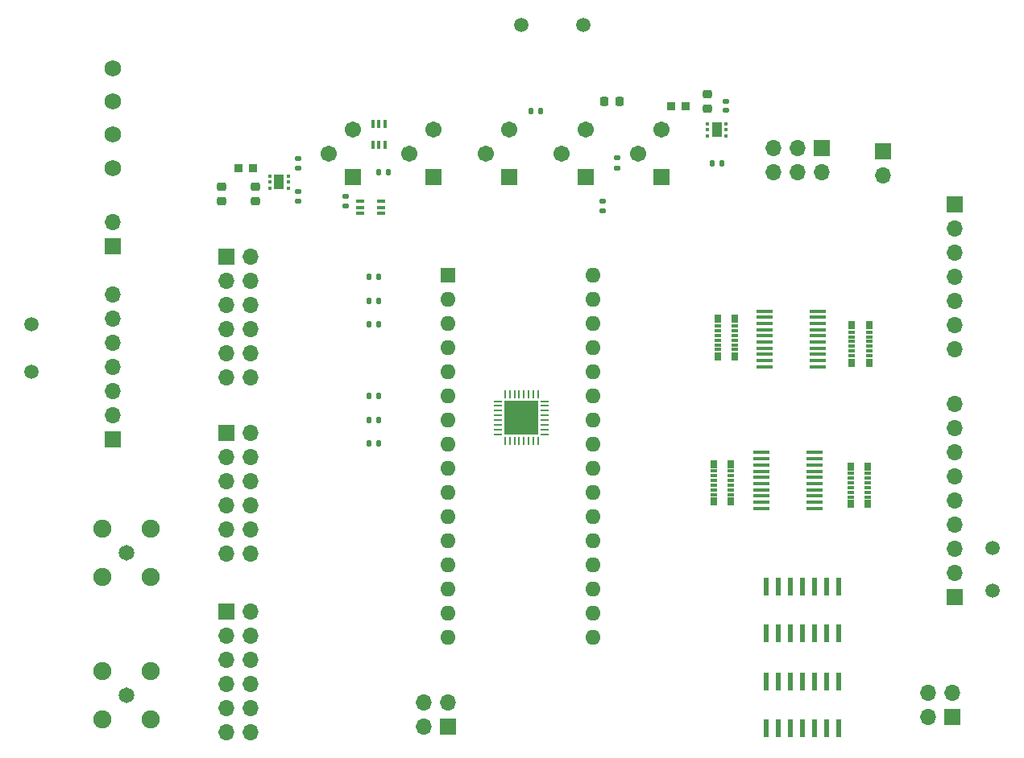
<source format=gbr>
%TF.GenerationSoftware,KiCad,Pcbnew,8.0.6-8.0.6-0~ubuntu24.04.1*%
%TF.CreationDate,2025-02-21T12:27:14-10:00*%
%TF.ProjectId,board_main,626f6172-645f-46d6-9169-6e2e6b696361,rev?*%
%TF.SameCoordinates,Original*%
%TF.FileFunction,Soldermask,Top*%
%TF.FilePolarity,Negative*%
%FSLAX46Y46*%
G04 Gerber Fmt 4.6, Leading zero omitted, Abs format (unit mm)*
G04 Created by KiCad (PCBNEW 8.0.6-8.0.6-0~ubuntu24.04.1) date 2025-02-21 12:27:14*
%MOMM*%
%LPD*%
G01*
G04 APERTURE LIST*
G04 Aperture macros list*
%AMRoundRect*
0 Rectangle with rounded corners*
0 $1 Rounding radius*
0 $2 $3 $4 $5 $6 $7 $8 $9 X,Y pos of 4 corners*
0 Add a 4 corners polygon primitive as box body*
4,1,4,$2,$3,$4,$5,$6,$7,$8,$9,$2,$3,0*
0 Add four circle primitives for the rounded corners*
1,1,$1+$1,$2,$3*
1,1,$1+$1,$4,$5*
1,1,$1+$1,$6,$7*
1,1,$1+$1,$8,$9*
0 Add four rect primitives between the rounded corners*
20,1,$1+$1,$2,$3,$4,$5,0*
20,1,$1+$1,$4,$5,$6,$7,0*
20,1,$1+$1,$6,$7,$8,$9,0*
20,1,$1+$1,$8,$9,$2,$3,0*%
G04 Aperture macros list end*
%ADD10C,1.500000*%
%ADD11R,1.700000X1.700000*%
%ADD12O,1.700000X1.700000*%
%ADD13RoundRect,0.135000X-0.135000X-0.185000X0.135000X-0.185000X0.135000X0.185000X-0.135000X0.185000X0*%
%ADD14R,1.676400X0.355600*%
%ADD15RoundRect,0.062500X-0.337500X-0.062500X0.337500X-0.062500X0.337500X0.062500X-0.337500X0.062500X0*%
%ADD16RoundRect,0.062500X-0.062500X-0.337500X0.062500X-0.337500X0.062500X0.337500X-0.062500X0.337500X0*%
%ADD17R,3.600000X3.600000*%
%ADD18C,1.651000*%
%ADD19C,1.905000*%
%ADD20RoundRect,0.135000X0.185000X-0.135000X0.185000X0.135000X-0.185000X0.135000X-0.185000X-0.135000X0*%
%ADD21R,0.558800X1.981200*%
%ADD22RoundRect,0.140000X-0.140000X-0.170000X0.140000X-0.170000X0.140000X0.170000X-0.140000X0.170000X0*%
%ADD23RoundRect,0.135000X-0.185000X0.135000X-0.185000X-0.135000X0.185000X-0.135000X0.185000X0.135000X0*%
%ADD24R,0.965200X0.939800*%
%ADD25R,0.449999X0.299999*%
%ADD26R,1.000000X1.599999*%
%ADD27R,1.600000X1.600000*%
%ADD28O,1.600000X1.600000*%
%ADD29R,0.876300X0.355600*%
%ADD30RoundRect,0.225000X0.250000X-0.225000X0.250000X0.225000X-0.250000X0.225000X-0.250000X-0.225000X0*%
%ADD31RoundRect,0.225000X-0.250000X0.225000X-0.250000X-0.225000X0.250000X-0.225000X0.250000X0.225000X0*%
%ADD32R,0.355600X0.876300*%
%ADD33RoundRect,0.140000X0.170000X-0.140000X0.170000X0.140000X-0.170000X0.140000X-0.170000X-0.140000X0*%
%ADD34RoundRect,0.135000X0.135000X0.185000X-0.135000X0.185000X-0.135000X-0.185000X0.135000X-0.185000X0*%
%ADD35RoundRect,0.102000X0.754000X-0.754000X0.754000X0.754000X-0.754000X0.754000X-0.754000X-0.754000X0*%
%ADD36C,1.712000*%
%ADD37R,0.787400X0.863600*%
%ADD38R,0.787400X0.355600*%
%ADD39C,1.727200*%
%ADD40RoundRect,0.225000X0.225000X0.250000X-0.225000X0.250000X-0.225000X-0.250000X0.225000X-0.250000X0*%
G04 APERTURE END LIST*
D10*
%TO.C,F6*%
X171500000Y-120500000D03*
%TD*%
%TO.C,F5*%
X70500000Y-97500000D03*
%TD*%
%TO.C,F4*%
X128500000Y-61000000D03*
%TD*%
%TO.C,F3*%
X171500000Y-116000000D03*
%TD*%
%TO.C,F2*%
X70500000Y-92500000D03*
%TD*%
%TO.C,F1*%
X122000000Y-61000000D03*
%TD*%
D11*
%TO.C,J11*%
X160000000Y-74225000D03*
D12*
X160000000Y-76765000D03*
%TD*%
D13*
%TO.C,R10*%
X106000000Y-87500000D03*
X107020000Y-87500000D03*
%TD*%
D11*
%TO.C,J9*%
X91000000Y-85380000D03*
D12*
X91000000Y-87920000D03*
X91000000Y-90460000D03*
X91000000Y-93000000D03*
X91000000Y-95540000D03*
X91000000Y-98080000D03*
X93540000Y-85380000D03*
X93540000Y-87920000D03*
X93540000Y-90460000D03*
X93540000Y-93000000D03*
X93540000Y-95540000D03*
X93540000Y-98080000D03*
%TD*%
D14*
%TO.C,U7*%
X147516200Y-91075000D03*
X147516200Y-91725001D03*
X147516200Y-92374999D03*
X147516200Y-93025001D03*
X147516200Y-93674999D03*
X147516200Y-94324998D03*
X147516200Y-94974999D03*
X147516200Y-95624998D03*
X147516200Y-96274999D03*
X147516200Y-96924998D03*
X153155000Y-96925000D03*
X153155000Y-96275002D03*
X153155000Y-95625001D03*
X153155000Y-94975002D03*
X153155000Y-94325001D03*
X153155000Y-93675002D03*
X153155000Y-93025001D03*
X153155000Y-92375002D03*
X153155000Y-91725001D03*
X153155000Y-91075002D03*
%TD*%
D15*
%TO.C,ADC1*%
X119550000Y-100550000D03*
X119550000Y-101050000D03*
X119550000Y-101550000D03*
X119550000Y-102050000D03*
X119550000Y-102550000D03*
X119550000Y-103050000D03*
X119550000Y-103550000D03*
X119550000Y-104050000D03*
D16*
X120250000Y-104750000D03*
X120750000Y-104750000D03*
X121250000Y-104750000D03*
X121750000Y-104750000D03*
X122250000Y-104750000D03*
X122750000Y-104750000D03*
X123250000Y-104750000D03*
X123750000Y-104750000D03*
D15*
X124450000Y-104050000D03*
X124450000Y-103550000D03*
X124450000Y-103050000D03*
X124450000Y-102550000D03*
X124450000Y-102050000D03*
X124450000Y-101550000D03*
X124450000Y-101050000D03*
X124450000Y-100550000D03*
D16*
X123750000Y-99850000D03*
X123250000Y-99850000D03*
X122750000Y-99850000D03*
X122250000Y-99850000D03*
X121750000Y-99850000D03*
X121250000Y-99850000D03*
X120750000Y-99850000D03*
X120250000Y-99850000D03*
D17*
X122000000Y-102300000D03*
%TD*%
D18*
%TO.C,J7*%
X80500000Y-116500000D03*
D19*
X83040000Y-113960000D03*
X77960000Y-113960000D03*
X77960000Y-119040000D03*
X83040000Y-119040000D03*
%TD*%
D14*
%TO.C,U8*%
X147180600Y-105967800D03*
X147180600Y-106617801D03*
X147180600Y-107267799D03*
X147180600Y-107917801D03*
X147180600Y-108567799D03*
X147180600Y-109217798D03*
X147180600Y-109867799D03*
X147180600Y-110517798D03*
X147180600Y-111167799D03*
X147180600Y-111817798D03*
X152819400Y-111817800D03*
X152819400Y-111167802D03*
X152819400Y-110517801D03*
X152819400Y-109867802D03*
X152819400Y-109217801D03*
X152819400Y-108567802D03*
X152819400Y-107917801D03*
X152819400Y-107267802D03*
X152819400Y-106617801D03*
X152819400Y-105967802D03*
%TD*%
D18*
%TO.C,J6*%
X80500000Y-131500000D03*
D19*
X83040000Y-128960000D03*
X77960000Y-128960000D03*
X77960000Y-134040000D03*
X83040000Y-134040000D03*
%TD*%
D20*
%TO.C,R1*%
X98500000Y-79510000D03*
X98500000Y-78490000D03*
%TD*%
D21*
%TO.C,U5*%
X155310000Y-120072400D03*
X154040000Y-120072400D03*
X152770000Y-120072400D03*
X151500000Y-120072400D03*
X150230000Y-120072400D03*
X148960000Y-120072400D03*
X147690000Y-120072400D03*
X147690000Y-125000000D03*
X148960000Y-125000000D03*
X150230000Y-125000000D03*
X151500000Y-125000000D03*
X152770000Y-125000000D03*
X154040000Y-125000000D03*
X155310000Y-125000000D03*
%TD*%
%TO.C,U6*%
X155310000Y-130036200D03*
X154040000Y-130036200D03*
X152770000Y-130036200D03*
X151500000Y-130036200D03*
X150230000Y-130036200D03*
X148960000Y-130036200D03*
X147690000Y-130036200D03*
X147690000Y-134963800D03*
X148960000Y-134963800D03*
X150230000Y-134963800D03*
X151500000Y-134963800D03*
X152770000Y-134963800D03*
X154040000Y-134963800D03*
X155310000Y-134963800D03*
%TD*%
D22*
%TO.C,C6*%
X107020000Y-76500000D03*
X107980000Y-76500000D03*
%TD*%
D12*
%TO.C,J13*%
X114275000Y-132235000D03*
X111735000Y-134775000D03*
D11*
X114275000Y-134775000D03*
D12*
X111735000Y-132235000D03*
%TD*%
D13*
%TO.C,R13*%
X106000000Y-100000000D03*
X107020000Y-100000000D03*
%TD*%
D23*
%TO.C,R3*%
X98500000Y-74990000D03*
X98500000Y-76010000D03*
%TD*%
D20*
%TO.C,R9*%
X132000000Y-76000000D03*
X132000000Y-74980000D03*
%TD*%
D24*
%TO.C,L2*%
X139249300Y-69500000D03*
X137750700Y-69500000D03*
%TD*%
D25*
%TO.C,U1*%
X97474999Y-78150001D03*
X97474999Y-77500000D03*
X97474999Y-76850001D03*
X95525001Y-76850001D03*
X95525001Y-77500000D03*
X95525001Y-78150001D03*
D26*
X96500000Y-77500000D03*
%TD*%
D27*
%TO.C,ADC2*%
X114260000Y-87300000D03*
D28*
X114260000Y-89840000D03*
X114260000Y-92380000D03*
X114260000Y-94920000D03*
X114260000Y-97460000D03*
X114260000Y-100000000D03*
X114260000Y-102540000D03*
X114260000Y-105080000D03*
X114260000Y-107620000D03*
X114260000Y-110160000D03*
X114260000Y-112700000D03*
X114260000Y-115240000D03*
X114260000Y-117780000D03*
X114260000Y-120320000D03*
X114260000Y-122860000D03*
X114260000Y-125400000D03*
X129500000Y-125400000D03*
X129500000Y-122860000D03*
X129500000Y-120320000D03*
X129500000Y-117780000D03*
X129500000Y-115240000D03*
X129500000Y-112700000D03*
X129500000Y-110160000D03*
X129500000Y-107620000D03*
X129500000Y-105080000D03*
X129500000Y-102540000D03*
X129500000Y-100000000D03*
X129500000Y-97460000D03*
X129500000Y-94920000D03*
X129500000Y-92380000D03*
X129500000Y-89840000D03*
X129500000Y-87300000D03*
%TD*%
D11*
%TO.C,J10*%
X91000000Y-122650000D03*
D12*
X91000000Y-125190000D03*
X91000000Y-127730000D03*
X91000000Y-130270000D03*
X91000000Y-132810000D03*
X91000000Y-135350000D03*
X93540000Y-122650000D03*
X93540000Y-125190000D03*
X93540000Y-127730000D03*
X93540000Y-130270000D03*
X93540000Y-132810000D03*
X93540000Y-135350000D03*
%TD*%
D29*
%TO.C,U3*%
X107222500Y-80799998D03*
X107222500Y-80149999D03*
X107222500Y-79500000D03*
X105000000Y-79500000D03*
X105000000Y-80149999D03*
X105000000Y-80799998D03*
%TD*%
D30*
%TO.C,C9*%
X141500000Y-69775000D03*
X141500000Y-68225000D03*
%TD*%
D31*
%TO.C,C2*%
X94000000Y-77950000D03*
X94000000Y-79500000D03*
%TD*%
D23*
%TO.C,R18*%
X130500000Y-79490000D03*
X130500000Y-80510000D03*
%TD*%
D13*
%TO.C,R14*%
X105990000Y-102500000D03*
X107010000Y-102500000D03*
%TD*%
D32*
%TO.C,U2*%
X106350001Y-73611250D03*
X107000000Y-73611250D03*
X107649999Y-73611250D03*
X107649999Y-71388750D03*
X107000000Y-71388750D03*
X106350001Y-71388750D03*
%TD*%
D11*
%TO.C,J4*%
X167500000Y-79840000D03*
D12*
X167500000Y-82380000D03*
X167500000Y-84920000D03*
X167500000Y-87460000D03*
X167500000Y-90000000D03*
X167500000Y-92540000D03*
X167500000Y-95080000D03*
%TD*%
D33*
%TO.C,C10*%
X143500000Y-69980000D03*
X143500000Y-69020000D03*
%TD*%
D12*
%TO.C,J5*%
X148460000Y-73960000D03*
X151000000Y-73960000D03*
D11*
X153540000Y-73960000D03*
D12*
X148460000Y-76500000D03*
X151000000Y-76500000D03*
X153540000Y-76500000D03*
%TD*%
D34*
%TO.C,R7*%
X143010000Y-75500000D03*
X141990000Y-75500000D03*
%TD*%
D20*
%TO.C,R4*%
X103500000Y-80010000D03*
X103500000Y-78990000D03*
%TD*%
D13*
%TO.C,R11*%
X106000000Y-90000000D03*
X107020000Y-90000000D03*
%TD*%
D35*
%TO.C,R5*%
X112730000Y-77000000D03*
D36*
X110230000Y-74500000D03*
X112730000Y-72000000D03*
%TD*%
D35*
%TO.C,R2*%
X104230000Y-77000000D03*
D36*
X101730000Y-74500000D03*
X104230000Y-72000000D03*
%TD*%
D13*
%TO.C,R16*%
X122990000Y-70000000D03*
X124010000Y-70000000D03*
%TD*%
D35*
%TO.C,R6*%
X120730000Y-77000000D03*
D36*
X118230000Y-74500000D03*
X120730000Y-72000000D03*
%TD*%
D25*
%TO.C,U4*%
X143500000Y-72650001D03*
X143500000Y-72000000D03*
X143500000Y-71350001D03*
X141550002Y-71350001D03*
X141550002Y-72000000D03*
X141550002Y-72650001D03*
D26*
X142525001Y-72000000D03*
%TD*%
D13*
%TO.C,R15*%
X105980000Y-105000000D03*
X107000000Y-105000000D03*
%TD*%
D11*
%TO.C,J1*%
X79000000Y-84275000D03*
D12*
X79000000Y-81735000D03*
%TD*%
D37*
%TO.C,R22*%
X156585600Y-107411600D03*
D38*
X156585600Y-108159122D03*
X156585600Y-108652644D03*
X156585600Y-109146166D03*
X156585600Y-109639688D03*
X156585600Y-110133210D03*
X156585600Y-110626732D03*
D37*
X156585600Y-111374000D03*
X158414400Y-111374000D03*
D38*
X158414400Y-110626732D03*
X158414400Y-110133210D03*
X158414400Y-109639688D03*
X158414400Y-109146166D03*
X158414400Y-108652644D03*
X158414400Y-108159122D03*
D37*
X158414400Y-107411600D03*
%TD*%
D31*
%TO.C,C1*%
X90500000Y-77950000D03*
X90500000Y-79500000D03*
%TD*%
D11*
%TO.C,J2*%
X79000000Y-104540000D03*
D12*
X79000000Y-102000000D03*
X79000000Y-99460000D03*
X79000000Y-96920000D03*
X79000000Y-94380000D03*
X79000000Y-91840000D03*
X79000000Y-89300000D03*
%TD*%
%TO.C,J12*%
X167275000Y-131235000D03*
X164735000Y-131235000D03*
D11*
X167275000Y-133775000D03*
D12*
X164735000Y-133775000D03*
%TD*%
D37*
%TO.C,R21*%
X156671200Y-92537600D03*
D38*
X156671200Y-93285122D03*
X156671200Y-93778644D03*
X156671200Y-94272166D03*
X156671200Y-94765688D03*
X156671200Y-95259210D03*
X156671200Y-95752732D03*
D37*
X156671200Y-96500000D03*
X158500000Y-96500000D03*
D38*
X158500000Y-95752732D03*
X158500000Y-95259210D03*
X158500000Y-94765688D03*
X158500000Y-94272166D03*
X158500000Y-93778644D03*
X158500000Y-93285122D03*
D37*
X158500000Y-92537600D03*
%TD*%
D24*
%TO.C,L1*%
X93749300Y-76000000D03*
X92250700Y-76000000D03*
%TD*%
D39*
%TO.C,J14*%
X79000000Y-65499999D03*
X79000000Y-69000000D03*
X79000000Y-72500000D03*
X79000000Y-76000001D03*
%TD*%
D35*
%TO.C,R17*%
X128730000Y-77000000D03*
D36*
X126230000Y-74500000D03*
X128730000Y-72000000D03*
%TD*%
D40*
%TO.C,C8*%
X132275000Y-69000000D03*
X130725000Y-69000000D03*
%TD*%
D11*
%TO.C,J8*%
X90960000Y-103920000D03*
D12*
X90960000Y-106460000D03*
X90960000Y-109000000D03*
X90960000Y-111540000D03*
X90960000Y-114080000D03*
X90960000Y-116620000D03*
X93500000Y-103920000D03*
X93500000Y-106460000D03*
X93500000Y-109000000D03*
X93500000Y-111540000D03*
X93500000Y-114080000D03*
X93500000Y-116620000D03*
%TD*%
D37*
%TO.C,R19*%
X142585600Y-91911600D03*
D38*
X142585600Y-92659122D03*
X142585600Y-93152644D03*
X142585600Y-93646166D03*
X142585600Y-94139688D03*
X142585600Y-94633210D03*
X142585600Y-95126732D03*
D37*
X142585600Y-95874000D03*
X144414400Y-95874000D03*
D38*
X144414400Y-95126732D03*
X144414400Y-94633210D03*
X144414400Y-94139688D03*
X144414400Y-93646166D03*
X144414400Y-93152644D03*
X144414400Y-92659122D03*
D37*
X144414400Y-91911600D03*
%TD*%
D35*
%TO.C,R8*%
X136730000Y-77000000D03*
D36*
X134230000Y-74500000D03*
X136730000Y-72000000D03*
%TD*%
D37*
%TO.C,R20*%
X142171200Y-107158234D03*
D38*
X142171200Y-107905756D03*
X142171200Y-108399278D03*
X142171200Y-108892800D03*
X142171200Y-109386322D03*
X142171200Y-109879844D03*
X142171200Y-110373366D03*
D37*
X142171200Y-111120634D03*
X144000000Y-111120634D03*
D38*
X144000000Y-110373366D03*
X144000000Y-109879844D03*
X144000000Y-109386322D03*
X144000000Y-108892800D03*
X144000000Y-108399278D03*
X144000000Y-107905756D03*
D37*
X144000000Y-107158234D03*
%TD*%
D13*
%TO.C,R12*%
X106000000Y-92500000D03*
X107020000Y-92500000D03*
%TD*%
D11*
%TO.C,J3*%
X167500000Y-121160000D03*
D12*
X167500000Y-118620000D03*
X167500000Y-116080000D03*
X167500000Y-113540000D03*
X167500000Y-111000000D03*
X167500000Y-108460000D03*
X167500000Y-105920000D03*
X167500000Y-103380000D03*
X167500000Y-100840000D03*
%TD*%
M02*

</source>
